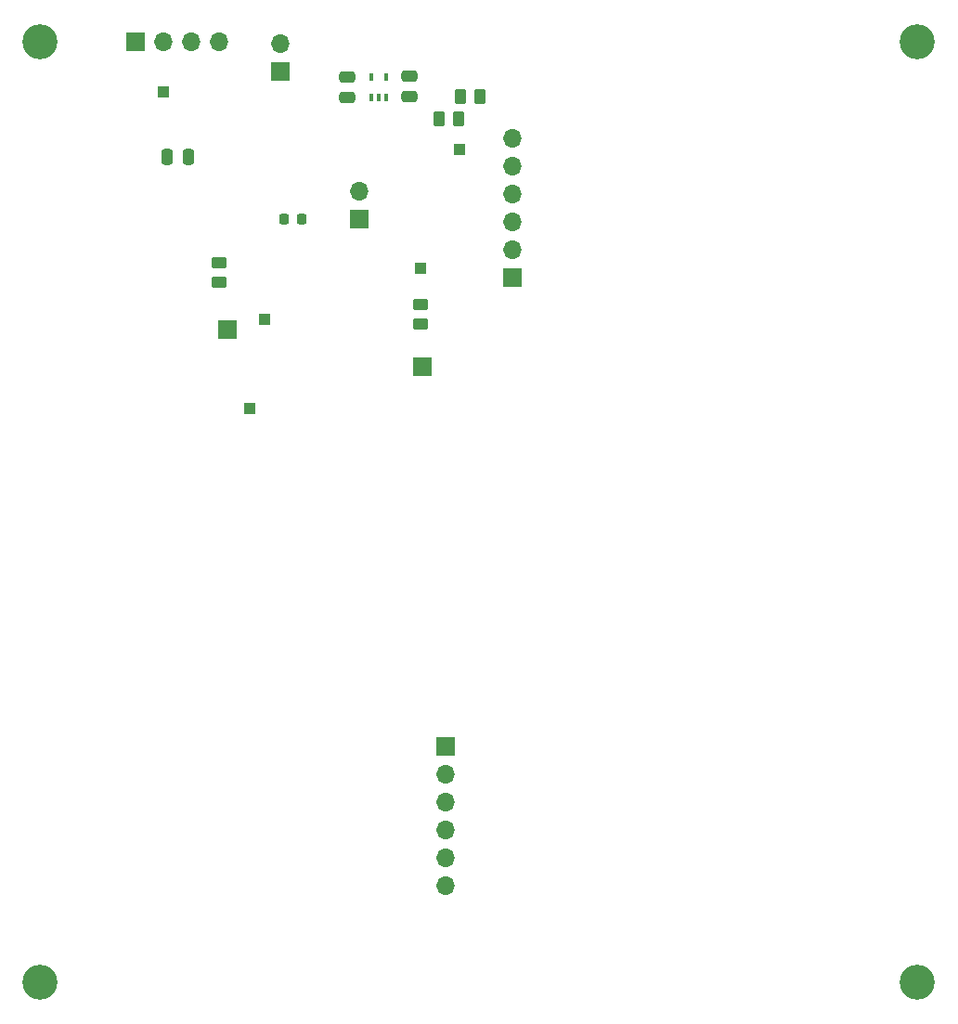
<source format=gbr>
%TF.GenerationSoftware,KiCad,Pcbnew,8.0.8+dfsg-1*%
%TF.CreationDate,2025-08-13T01:43:47+05:30*%
%TF.ProjectId,sanket,73616e6b-6574-42e6-9b69-6361645f7063,6*%
%TF.SameCoordinates,Original*%
%TF.FileFunction,Soldermask,Top*%
%TF.FilePolarity,Negative*%
%FSLAX46Y46*%
G04 Gerber Fmt 4.6, Leading zero omitted, Abs format (unit mm)*
G04 Created by KiCad (PCBNEW 8.0.8+dfsg-1) date 2025-08-13 01:43:47*
%MOMM*%
%LPD*%
G01*
G04 APERTURE LIST*
G04 Aperture macros list*
%AMRoundRect*
0 Rectangle with rounded corners*
0 $1 Rounding radius*
0 $2 $3 $4 $5 $6 $7 $8 $9 X,Y pos of 4 corners*
0 Add a 4 corners polygon primitive as box body*
4,1,4,$2,$3,$4,$5,$6,$7,$8,$9,$2,$3,0*
0 Add four circle primitives for the rounded corners*
1,1,$1+$1,$2,$3*
1,1,$1+$1,$4,$5*
1,1,$1+$1,$6,$7*
1,1,$1+$1,$8,$9*
0 Add four rect primitives between the rounded corners*
20,1,$1+$1,$2,$3,$4,$5,0*
20,1,$1+$1,$4,$5,$6,$7,0*
20,1,$1+$1,$6,$7,$8,$9,0*
20,1,$1+$1,$8,$9,$2,$3,0*%
G04 Aperture macros list end*
%ADD10R,1.000000X1.000000*%
%ADD11R,1.700000X1.700000*%
%ADD12O,1.700000X1.700000*%
%ADD13RoundRect,0.250000X0.450000X-0.262500X0.450000X0.262500X-0.450000X0.262500X-0.450000X-0.262500X0*%
%ADD14C,3.200000*%
%ADD15RoundRect,0.250000X-0.262500X-0.450000X0.262500X-0.450000X0.262500X0.450000X-0.262500X0.450000X0*%
%ADD16RoundRect,0.225000X0.225000X0.250000X-0.225000X0.250000X-0.225000X-0.250000X0.225000X-0.250000X0*%
%ADD17RoundRect,0.250000X0.262500X0.450000X-0.262500X0.450000X-0.262500X-0.450000X0.262500X-0.450000X0*%
%ADD18RoundRect,0.250000X0.250000X0.475000X-0.250000X0.475000X-0.250000X-0.475000X0.250000X-0.475000X0*%
%ADD19RoundRect,0.250000X-0.475000X0.250000X-0.475000X-0.250000X0.475000X-0.250000X0.475000X0.250000X0*%
%ADD20RoundRect,0.100000X0.100000X-0.225000X0.100000X0.225000X-0.100000X0.225000X-0.100000X-0.225000X0*%
%ADD21RoundRect,0.250000X0.475000X-0.250000X0.475000X0.250000X-0.475000X0.250000X-0.475000X-0.250000X0*%
G04 APERTURE END LIST*
D10*
%TO.C,TP4*%
X121383100Y-87826600D03*
%TD*%
%TO.C,TP1*%
X140483900Y-64204600D03*
%TD*%
D11*
%TO.C,J6*%
X145361100Y-75853600D03*
D12*
X145361100Y-73313600D03*
X145361100Y-70773600D03*
X145361100Y-68233600D03*
X145361100Y-65693600D03*
X145361100Y-63153600D03*
%TD*%
D13*
%TO.C,R5*%
X137004100Y-80103100D03*
X137004100Y-78278100D03*
%TD*%
D10*
%TO.C,TP3*%
X122780100Y-79698600D03*
%TD*%
D14*
%TO.C,H3*%
X182306100Y-140098600D03*
%TD*%
D15*
%TO.C,R1*%
X140587400Y-59378600D03*
X142412400Y-59378600D03*
%TD*%
D14*
%TO.C,H1*%
X102296100Y-54368600D03*
%TD*%
D16*
%TO.C,R11*%
X126095100Y-70554600D03*
X124545100Y-70554600D03*
%TD*%
D14*
%TO.C,H4*%
X102296100Y-140098600D03*
%TD*%
D17*
%TO.C,R2*%
X140480100Y-61410600D03*
X138655100Y-61410600D03*
%TD*%
D18*
%TO.C,R6*%
X115790099Y-64839600D03*
X113890099Y-64839600D03*
%TD*%
D14*
%TO.C,H2*%
X182306100Y-54368600D03*
%TD*%
D10*
%TO.C,TP5*%
X137004100Y-74999600D03*
%TD*%
D11*
%TO.C,J3*%
X139240300Y-118616229D03*
D12*
X139240300Y-121156229D03*
X139240300Y-123696229D03*
X139240300Y-126236229D03*
X139240300Y-128776229D03*
X139240300Y-131316229D03*
%TD*%
D11*
%TO.C,J1*%
X124177100Y-57092600D03*
D12*
X124177100Y-54552600D03*
%TD*%
D19*
%TO.C,C1*%
X135962700Y-57463400D03*
X135962700Y-59363400D03*
%TD*%
D20*
%TO.C,U2*%
X132518700Y-59465000D03*
X133168700Y-59465000D03*
X133818700Y-59465000D03*
X133818700Y-57565000D03*
X132518700Y-57565000D03*
%TD*%
D21*
%TO.C,C2*%
X130273100Y-59449800D03*
X130273100Y-57549800D03*
%TD*%
D10*
%TO.C,TP2*%
X113551100Y-58898600D03*
%TD*%
D13*
%TO.C,R16*%
X118589100Y-76293100D03*
X118589100Y-74468100D03*
%TD*%
D11*
%TO.C,J2*%
X131389100Y-70554600D03*
D12*
X131389100Y-68014600D03*
%TD*%
D11*
%TO.C,J5*%
X110941100Y-54368600D03*
D12*
X113481100Y-54368600D03*
X116021100Y-54368600D03*
X118561100Y-54368600D03*
%TD*%
D11*
%TO.C,J4*%
X137131100Y-84016600D03*
%TD*%
%TO.C,J7*%
X119351100Y-80587600D03*
%TD*%
M02*

</source>
